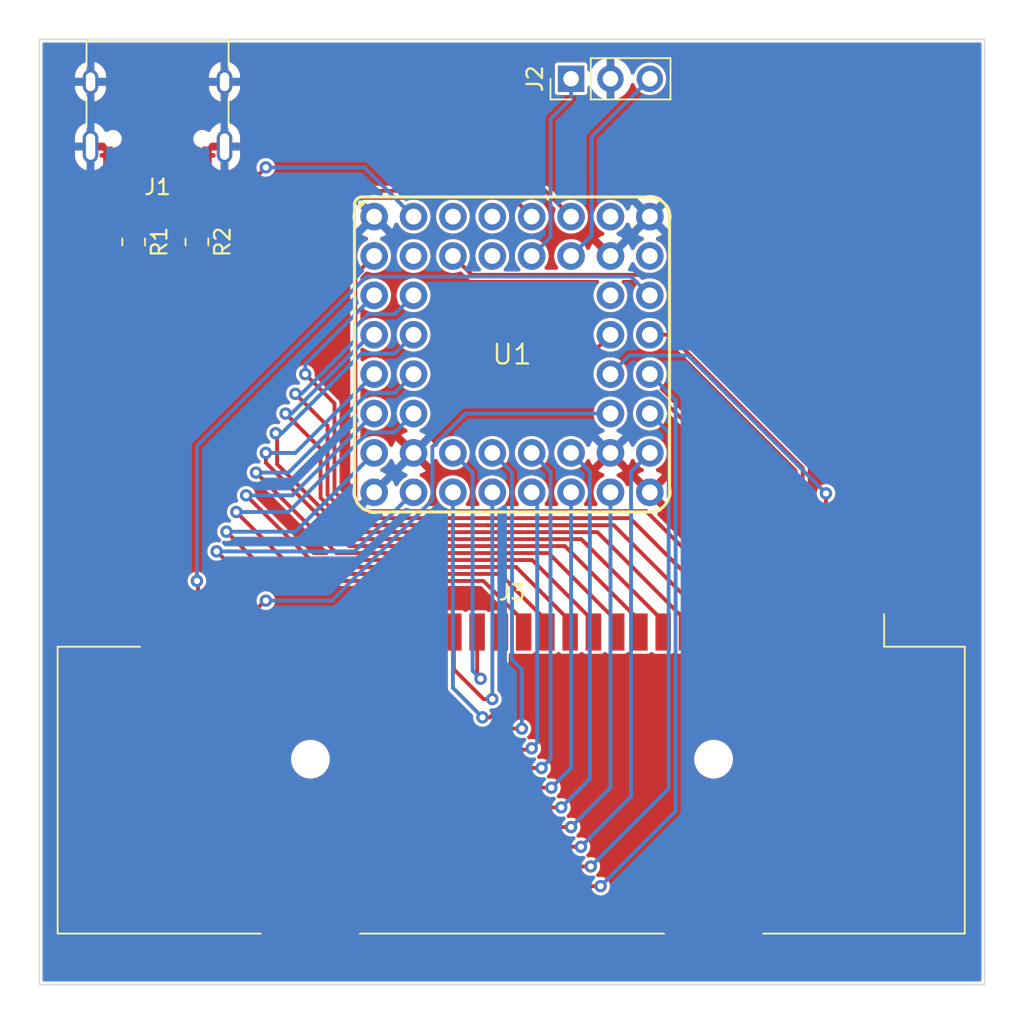
<source format=kicad_pcb>
(kicad_pcb (version 20211014) (generator pcbnew)
  (layers (0 "F.Cu" signal) (31 "B.Cu" signal) (34 "B.Paste" user) (35 "F.Paste" user) (36 "B.SilkS" user "B.Silkscreen") (37 "F.SilkS" user "F.Silkscreen") (38 "B.Mask" user) (39 "F.Mask" user) (44 "Edge.Cuts" user))
  (net 0 "")
  (net 1 "+3V3")
  (net 3 "/WR")
  (net 4 "/RD")
  (net 5 "/CS1")
  (net 6 "/AD0")
  (net 7 "/AD1")
  (net 8 "/AD2")
  (net 9 "/AD3")
  (net 10 "/AD4")
  (net 11 "/AD5")
  (net 12 "/AD6")
  (net 13 "/AD7")
  (net 14 "/AD8")
  (net 15 "/AD9")
  (net 16 "/AD10")
  (net 17 "/AD11")
  (net 18 "/AD12")
  (net 19 "/AD13")
  (net 20 "/AD14")
  (net 21 "/AD15")
  (net 22 "/A16")
  (net 23 "/A17")
  (net 24 "/A18")
  (net 25 "/A19")
  (net 26 "/A20")
  (net 27 "/A21")
  (net 28 "/A22")
  (net 29 "/A23")
  (net 30 "/CS2")
  (net 32 "GND")
  (net 36 "Net-(J2-Pad3)")
  (net 37 "Net-(J2-Pad1)")
  (net 41 "Net-(J1-PadA7)")
  (net 42 "Net-(J1-PadA6)")
  (net 45 "VBUS")
  (net 46 "Net-(J1-PadA5)")
  (net 48 "Net-(J1-PadB5)")
  (footprint "Resistor_SMD:R_0805_2012Metric_Pad1.20x1.40mm_HandSolder" (layer "F.Cu") (at 114.3 94.345 -90)
    (fp_text reference "R2" (at 0 -1.65 90) (layer "F.SilkS"))
    (fp_text value "5.1k")
    (fp_line (start -0.227064 0.735) (end 0.227064 0.735) (layer "F.SilkS") (width 0.12))
    (fp_line (start -0.227064 -0.735) (end 0.227064 -0.735) (layer "F.SilkS") (width 0.12))
    (pad "1" smd roundrect (at -1 0 270) (size 1.2 1.4) (layers "F.Cu" "F.Paste" "F.Mask") (roundrect_rratio 0.2083333333) (net 46 "Net-(J1-PadA5)"))
    (pad "2" smd roundrect (at 1 0 270) (size 1.2 1.4) (layers "F.Cu" "F.Paste" "F.Mask") (roundrect_rratio 0.2083333333) (net 32 "GND"))
  )
  (footprint "Gekkio_Connector_PCBEdge:GameBoy_Cartridge_AGS_1x32-1MP_P1.50mm_Socket_Horizontal" (layer "F.Cu") (at 134.62 129.75 180)
    (fp_text reference "J3" (at 0 12.8) (layer "F.SilkS"))
    (fp_text value "GameBoyAdvance_Cartridge_MountingPin")
    (fp_line (start 29.3 -9.2) (end 16.2 -9.2) (layer "F.SilkS") (width 0.12))
    (fp_line (start -16.2 -9.2) (end -29.2 -9.2) (layer "F.SilkS") (width 0.12))
    (fp_line (start 29.3 9.3) (end 24 9.3) (layer "F.SilkS") (width 0.12))
    (fp_line (start -29.2 9.3) (end -29.2 -9.2) (layer "F.SilkS") (width 0.12))
    (fp_line (start -24 9.3) (end -24 11.4) (layer "F.SilkS") (width 0.12))
    (fp_line (start -29.2 9.3) (end -24 9.3) (layer "F.SilkS") (width 0.12))
    (fp_line (start 9.8 -9.2) (end -9.8 -9.2) (layer "F.SilkS") (width 0.12))
    (fp_line (start 29.3 9.3) (end 29.3 -9.2) (layer "F.SilkS") (width 0.12))
    (pad "" np_thru_hole circle (at -13 2.05 180) (size 2 2) (drill 2) (layers *.Cu *.Mask))
    (pad "" np_thru_hole circle (at 13 2.05 180) (size 2 2) (drill 2) (layers *.Cu *.Mask))
    (pad "1" smd rect (at -23.25 10.25 180) (size 1 2.4) (layers "F.Cu" "F.Paste" "F.Mask") (net 1 "+3V3"))
    (pad "2" smd rect (at -21.75 10.25 180) (size 1 2.4) (layers "F.Cu" "F.Paste" "F.Mask"))
    (pad "3" smd rect (at -20.25 10.25 180) (size 1 2.4) (layers "F.Cu" "F.Paste" "F.Mask") (net 3 "/WR"))
    (pad "4" smd rect (at -18.75 10.25 180) (size 1 2.4) (layers "F.Cu" "F.Paste" "F.Mask") (net 4 "/RD"))
    (pad "5" smd rect (at -17.25 10.25 180) (size 1 2.4) (layers "F.Cu" "F.Paste" "F.Mask") (net 5 "/CS1"))
    (pad "6" smd rect (at -15.75 10.25 180) (size 1 2.4) (layers "F.Cu" "F.Paste" "F.Mask") (net 6 "/AD0"))
    (pad "7" smd rect (at -14.25 10.25 180) (size 1 2.4) (layers "F.Cu" "F.Paste" "F.Mask") (net 7 "/AD1"))
    (pad "8" smd rect (at -12.75 10.25 180) (size 1 2.4) (layers "F.Cu" "F.Paste" "F.Mask") (net 8 "/AD2"))
    (pad "9" smd rect (at -11.25 10.25 180) (size 1 2.4) (layers "F.Cu" "F.Paste" "F.Mask") (net 9 "/AD3"))
    (pad "10" smd rect (at -9.75 10.25 180) (size 1 2.4) (layers "F.Cu" "F.Paste" "F.Mask") (net 10 "/AD4"))
    (pad "11" smd rect (at -8.25 10.25 180) (size 1 2.4) (layers "F.Cu" "F.Paste" "F.Mask") (net 11 "/AD5"))
    (pad "12" smd rect (at -6.75 10.25 180) (size 1 2.4) (layers "F.Cu" "F.Paste" "F.Mask") (net 12 "/AD6"))
    (pad "13" smd rect (at -5.25 10.25 180) (size 1 2.4) (layers "F.Cu" "F.Paste" "F.Mask") (net 13 "/AD7"))
    (pad "14" smd rect (at -3.75 10.25 180) (size 1 2.4) (layers "F.Cu" "F.Paste" "F.Mask") (net 14 "/AD8"))
    (pad "15" smd rect (at -2.25 10.25 180) (size 1 2.4) (layers "F.Cu" "F.Paste" "F.Mask") (net 15 "/AD9"))
    (pad "16" smd rect (at -0.75 10.25 180) (size 1 2.4) (layers "F.Cu" "F.Paste" "F.Mask") (net 16 "/AD10"))
    (pad "17" smd rect (at 0.75 10.25 180) (size 1 2.4) (layers "F.Cu" "F.Paste" "F.Mask") (net 17 "/AD11"))
    (pad "18" smd rect (at 2.25 10.25 180) (size 1 2.4) (layers "F.Cu" "F.Paste" "F.Mask") (net 18 "/AD12"))
    (pad "19" smd rect (at 3.75 10.25 180) (size 1 2.4) (layers "F.Cu" "F.Paste" "F.Mask") (net 19 "/AD13"))
    (pad "20" smd rect (at 5.25 10.25 180) (size 1 2.4) (layers "F.Cu" "F.Paste" "F.Mask") (net 20 "/AD14"))
    (pad "21" smd rect (at 6.75 10.25 180) (size 1 2.4) (layers "F.Cu" "F.Paste" "F.Mask") (net 21 "/AD15"))
    (pad "22" smd rect (at 8.25 10.25 180) (size 1 2.4) (layers "F.Cu" "F.Paste" "F.Mask") (net 22 "/A16"))
    (pad "23" smd rect (at 9.75 10.25 180) (size 1 2.4) (layers "F.Cu" "F.Paste" "F.Mask") (net 23 "/A17"))
    (pad "24" smd rect (at 11.25 10.25 180) (size 1 2.4) (layers "F.Cu" "F.Paste" "F.Mask") (net 24 "/A18"))
    (pad "25" smd rect (at 12.75 10.25 180) (size 1 2.4) (layers "F.Cu" "F.Paste" "F.Mask") (net 25 "/A19"))
    (pad "26" smd rect (at 14.25 10.25 180) (size 1 2.4) (layers "F.Cu" "F.Paste" "F.Mask") (net 26 "/A20"))
    (pad "27" smd rect (at 15.75 10.25 180) (size 1 2.4) (layers "F.Cu" "F.Paste" "F.Mask") (net 27 "/A21"))
    (pad "28" smd rect (at 17.25 10.25 180) (size 1 2.4) (layers "F.Cu" "F.Paste" "F.Mask") (net 28 "/A22"))
    (pad "29" smd rect (at 18.75 10.25 180) (size 1 2.4) (layers "F.Cu" "F.Paste" "F.Mask") (net 29 "/A23"))
    (pad "30" smd rect (at 20.25 10.25 180) (size 1 2.4) (layers "F.Cu" "F.Paste" "F.Mask") (net 30 "/CS2"))
    (pad "31" smd rect (at 21.75 10.25 180) (size 1 2.4) (layers "F.Cu" "F.Paste" "F.Mask"))
    (pad "32" smd rect (at 23.25 10.25 180) (size 1 2.4) (layers "F.Cu" "F.Paste" "F.Mask") (net 32 "GND"))
    (pad "MP" smd rect (at -13 -9.95 180) (size 6 3) (layers "F.Cu" "F.Paste" "F.Mask"))
    (pad "MP" smd rect (at 13 -9.95 180) (size 6 3) (layers "F.Cu" "F.Paste" "F.Mask"))
  )
  (footprint "Resistor_SMD:R_0805_2012Metric_Pad1.20x1.40mm_HandSolder" (layer "F.Cu") (at 110.22 94.345 -90)
    (fp_text reference "R1" (at 0 -1.65 90) (layer "F.SilkS"))
    (fp_text value "5.1k")
    (fp_line (start -0.227064 0.735) (end 0.227064 0.735) (layer "F.SilkS") (width 0.12))
    (fp_line (start -0.227064 -0.735) (end 0.227064 -0.735) (layer "F.SilkS") (width 0.12))
    (pad "1" smd roundrect (at -1 0 270) (size 1.2 1.4) (layers "F.Cu" "F.Paste" "F.Mask") (roundrect_rratio 0.2083333333) (net 48 "Net-(J1-PadB5)"))
    (pad "2" smd roundrect (at 1 0 270) (size 1.2 1.4) (layers "F.Cu" "F.Paste" "F.Mask") (roundrect_rratio 0.2083333333) (net 32 "GND"))
  )
  (footprint "Connector_PinHeader_2.54mm:PinHeader_1x03_P2.54mm_Vertical" (layer "F.Cu") (at 138.43 83.82 90)
    (fp_text reference "J2" (at 0 -2.33 90) (layer "F.SilkS"))
    (fp_text value "Conn_01x03")
    (fp_line (start -1.33 6.41) (end 1.33 6.41) (layer "F.SilkS") (width 0.12))
    (fp_line (start -1.33 0) (end -1.33 -1.33) (layer "F.SilkS") (width 0.12))
    (fp_line (start -1.33 1.27) (end 1.33 1.27) (layer "F.SilkS") (width 0.12))
    (fp_line (start -1.33 1.27) (end -1.33 6.41) (layer "F.SilkS") (width 0.12))
    (fp_line (start 1.33 1.27) (end 1.33 6.41) (layer "F.SilkS") (width 0.12))
    (fp_line (start -1.33 -1.33) (end 0 -1.33) (layer "F.SilkS") (width 0.12))
    (pad "1" thru_hole rect (at 0 0 90) (size 1.7 1.7) (drill 1) (layers *.Cu *.Mask) (net 37 "Net-(J2-Pad1)"))
    (pad "2" thru_hole oval (at 0 2.54 90) (size 1.7 1.7) (drill 1) (layers *.Cu *.Mask) (net 32 "GND"))
    (pad "3" thru_hole oval (at 0 5.08 90) (size 1.7 1.7) (drill 1) (layers *.Cu *.Mask) (net 36 "Net-(J2-Pad3)"))
  )
  (footprint "Connector_USB:USB_C_Receptacle_XKB_U262-16XN-4BVC11" (layer "F.Cu") (at 111.76 85.09 180)
    (fp_text reference "J1" (at 0 -5.715) (layer "F.SilkS"))
    (fp_text value "USB_C_Receptacle_USB2.0")
    (fp_line (start 4.58 3.785) (end -4.58 3.785) (layer "F.SilkS") (width 0.12))
    (fp_line (start 4.58 2.08) (end 4.58 3.785) (layer "F.SilkS") (width 0.12))
    (fp_line (start -4.58 3.785) (end -4.58 2.08) (layer "F.SilkS") (width 0.12))
    (fp_line (start 4.58 0.07) (end 4.58 -1.85) (layer "F.SilkS") (width 0.12))
    (fp_line (start -4.58 -1.85) (end -4.58 0.07) (layer "F.SilkS") (width 0.12))
    (pad "" np_thru_hole circle (at 2.89 -2.605 180) (size 0.65 0.65) (drill 0.65) (layers *.Cu *.Mask))
    (pad "" np_thru_hole circle (at -2.89 -2.605 180) (size 0.65 0.65) (drill 0.65) (layers *.Cu *.Mask))
    (pad "A1" smd rect (at -3.35 -3.67 180) (size 0.3 1.15) (layers "F.Cu" "F.Paste" "F.Mask") (net 32 "GND"))
    (pad "A4" smd rect (at -2.55 -3.67 180) (size 0.3 1.15) (layers "F.Cu" "F.Paste" "F.Mask") (net 45 "VBUS"))
    (pad "A5" smd rect (at -1.25 -3.67 180) (size 0.3 1.15) (layers "F.Cu" "F.Paste" "F.Mask") (net 46 "Net-(J1-PadA5)"))
    (pad "A6" smd rect (at -0.25 -3.67 180) (size 0.3 1.15) (layers "F.Cu" "F.Paste" "F.Mask") (net 42 "Net-(J1-PadA6)"))
    (pad "A7" smd rect (at 0.25 -3.67 180) (size 0.3 1.15) (layers "F.Cu" "F.Paste" "F.Mask") (net 41 "Net-(J1-PadA7)"))
    (pad "A8" smd rect (at 1.25 -3.67 180) (size 0.3 1.15) (layers "F.Cu" "F.Paste" "F.Mask"))
    (pad "A9" smd rect (at 2.55 -3.67 180) (size 0.3 1.15) (layers "F.Cu" "F.Paste" "F.Mask") (net 45 "VBUS"))
    (pad "A12" smd rect (at 3.35 -3.67 180) (size 0.3 1.15) (layers "F.Cu" "F.Paste" "F.Mask") (net 32 "GND"))
    (pad "B1" smd rect (at 3.05 -3.67 180) (size 0.3 1.15) (layers "F.Cu" "F.Paste" "F.Mask") (net 32 "GND"))
    (pad "B4" smd rect (at 2.25 -3.67 180) (size 0.3 1.15) (layers "F.Cu" "F.Paste" "F.Mask") (net 45 "VBUS"))
    (pad "B5" smd rect (at 1.75 -3.67 180) (size 0.3 1.15) (layers "F.Cu" "F.Paste" "F.Mask") (net 48 "Net-(J1-PadB5)"))
    (pad "B6" smd rect (at 0.75 -3.67 180) (size 0.3 1.15) (layers "F.Cu" "F.Paste" "F.Mask") (net 42 "Net-(J1-PadA6)"))
    (pad "B7" smd rect (at -0.75 -3.67 180) (size 0.3 1.15) (layers "F.Cu" "F.Paste" "F.Mask") (net 41 "Net-(J1-PadA7)"))
    (pad "B8" smd rect (at -1.75 -3.67 180) (size 0.3 1.15) (layers "F.Cu" "F.Paste" "F.Mask"))
    (pad "B9" smd rect (at -2.25 -3.67 180) (size 0.3 1.15) (layers "F.Cu" "F.Paste" "F.Mask") (net 45 "VBUS"))
    (pad "B12" smd rect (at -3.05 -3.67 180) (size 0.3 1.15) (layers "F.Cu" "F.Paste" "F.Mask") (net 32 "GND"))
    (pad "S1" thru_hole oval (at -4.32 -3.105 180) (size 1 2.1) (drill oval 0.6 1.7) (layers *.Cu *.Mask) (net 32 "GND"))
    (pad "S1" thru_hole oval (at 4.32 1.075 180) (size 1 1.6) (drill oval 0.6 1.2) (layers *.Cu *.Mask) (net 32 "GND"))
    (pad "S1" thru_hole oval (at 4.32 -3.105 180) (size 1 2.1) (drill oval 0.6 1.7) (layers *.Cu *.Mask) (net 32 "GND"))
    (pad "S1" thru_hole oval (at -4.32 1.075 180) (size 1 1.6) (drill oval 0.6 1.2) (layers *.Cu *.Mask) (net 32 "GND"))
  )
  (footprint "pimoroni-boards:PGA2040_PTH_NO_SLOT" (layer "F.Cu") (at 134.62 101.6)
    (fp_text reference "U1" (at 0 0) (layer "F.SilkS") (effects (font (size 1.27 1.27))))
    (fp_text value "PGA2040")
    (fp_line (start 10.16 -8.89) (end 10.16 8.89) (layer "F.SilkS") (width 0.2))
    (fp_line (start 8.89 10.16) (end -8.89 10.16) (layer "F.SilkS") (width 0.2))
    (fp_line (start -10.16 8.89) (end -10.16 -9.66) (layer "F.SilkS") (width 0.2))
    (fp_line (start -9.525 -9.825) (end -9.825 -9.525) (layer "F.SilkS") (width 0.22))
    (fp_line (start -9.66 -10.16) (end 8.89 -10.16) (layer "F.SilkS") (width 0.2))
    (fp_line (start -9.825 -9.825) (end -9.825 -9.525) (layer "F.SilkS") (width 0.22))
    (fp_line (start -9.825 -9.825) (end -9.525 -9.825) (layer "F.SilkS") (width 0.22))
    (fp_arc (start -8.89 10.16) (mid -9.788026 9.788026) (end -10.16 8.89) (layer "F.SilkS") (width 0.2))
    (fp_arc (start -10.16 -9.66) (mid -10.013553 -10.013553) (end -9.66 -10.16) (layer "F.SilkS") (width 0.2))
    (fp_arc (start 8.89 -10.16) (mid 9.788026 -9.788026) (end 10.16 -8.89) (layer "F.SilkS") (width 0.2))
    (fp_arc (start 10.16 8.89) (mid 9.788026 9.788026) (end 8.89 10.16) (layer "F.SilkS") (width 0.2))
    (pad "A1" thru_hole circle (at -8.89 -8.89) (size 1.778 1.778) (drill 1.016) (layers *.Cu *.Mask) (net 32 "GND"))
    (pad "A2" thru_hole circle (at -6.35 -8.89) (size 1.778 1.778) (drill 1.016) (layers *.Cu *.Mask) (net 45 "VBUS"))
    (pad "A3" thru_hole circle (at -3.81 -8.89) (size 1.778 1.778) (drill 1.016) (layers *.Cu *.Mask))
    (pad "A4" thru_hole circle (at -1.27 -8.89) (size 1.778 1.778) (drill 1.016) (layers *.Cu *.Mask))
    (pad "A5" thru_hole circle (at 1.27 -8.89) (size 1.778 1.778) (drill 1.016) (layers *.Cu *.Mask) (net 42 "Net-(J1-PadA6)"))
    (pad "A6" thru_hole circle (at 3.81 -8.89) (size 1.778 1.778) (drill 1.016) (layers *.Cu *.Mask) (net 41 "Net-(J1-PadA7)"))
    (pad "A7" thru_hole circle (at 6.35 -8.89) (size 1.778 1.778) (drill 1.016) (layers *.Cu *.Mask))
    (pad "A8" thru_hole circle (at 8.89 -8.89) (size 1.778 1.778) (drill 1.016) (layers *.Cu *.Mask) (net 32 "GND"))
    (pad "B1" thru_hole circle (at -8.89 -6.35) (size 1.778 1.778) (drill 1.016) (layers *.Cu *.Mask) (net 6 "/AD0"))
    (pad "B2" thru_hole circle (at -6.35 -6.35) (size 1.778 1.778) (drill 1.016) (layers *.Cu *.Mask))
    (pad "B3" thru_hole circle (at -3.81 -6.35) (size 1.778 1.778) (drill 1.016) (layers *.Cu *.Mask) (net 1 "+3V3"))
    (pad "B4" thru_hole circle (at -1.27 -6.35) (size 1.778 1.778) (drill 1.016) (layers *.Cu *.Mask))
    (pad "B5" thru_hole circle (at 1.27 -6.35) (size 1.778 1.778) (drill 1.016) (layers *.Cu *.Mask) (net 37 "Net-(J2-Pad1)"))
    (pad "B6" thru_hole circle (at 3.81 -6.35) (size 1.778 1.778) (drill 1.016) (layers *.Cu *.Mask) (net 36 "Net-(J2-Pad3)"))
    (pad "B7" thru_hole circle (at 6.35 -6.35) (size 1.778 1.778) (drill 1.016) (layers *.Cu *.Mask) (net 32 "GND"))
    (pad "B8" thru_hole circle (at 8.89 -6.35) (size 1.778 1.778) (drill 1.016) (layers *.Cu *.Mask))
    (pad "C1" thru_hole circle (at -8.89 -3.81) (size 1.778 1.778) (drill 1.016) (layers *.Cu *.Mask) (net 7 "/AD1"))
    (pad "C2" thru_hole circle (at -6.35 -3.81) (size 1.778 1.778) (drill 1.016) (layers *.Cu *.Mask) (net 8 "/AD2"))
    (pad "C7" thru_hole circle (at 6.35 -3.81) (size 1.778 1.778) (drill 1.016) (layers *.Cu *.Mask))
    (pad "C8" thru_hole circle (at 8.89 -3.81) (size 1.778 1.778) (drill 1.016) (layers *.Cu *.Mask) (net 30 "/CS2"))
    (pad "D1" thru_hole circle (at -8.89 -1.27) (size 1.778 1.778) (drill 1.016) (layers *.Cu *.Mask) (net 9 "/AD3"))
    (pad "D2" thru_hole circle (at -6.35 -1.27) (size 1.778 1.778) (drill 1.016) (layers *.Cu *.Mask) (net 10 "/AD4"))
    (pad "D7" thru_hole circle (at 6.35 -1.27) (size 1.778 1.778) (drill 1.016) (layers *.Cu *.Mask) (net 5 "/CS1"))
    (pad "D8" thru_hole circle (at 8.89 -1.27) (size 1.778 1.778) (drill 1.016) (layers *.Cu *.Mask) (net 4 "/RD"))
    (pad "E1" thru_hole circle (at -8.89 1.27) (size 1.778 1.778) (drill 1.016) (layers *.Cu *.Mask) (net 11 "/AD5"))
    (pad "E2" thru_hole circle (at -6.35 1.27) (size 1.778 1.778) (drill 1.016) (layers *.Cu *.Mask) (net 12 "/AD6"))
    (pad "E7" thru_hole circle (at 6.35 1.27) (size 1.778 1.778) (drill 1.016) (layers *.Cu *.Mask) (net 3 "/WR"))
    (pad "E8" thru_hole circle (at 8.89 1.27) (size 1.778 1.778) (drill 1.016) (layers *.Cu *.Mask) (net 29 "/A23"))
    (pad "F1" thru_hole circle (at -8.89 3.81) (size 1.778 1.778) (drill 1.016) (layers *.Cu *.Mask) (net 13 "/AD7"))
    (pad "F2" thru_hole circle (at -6.35 3.81) (size 1.778 1.778) (drill 1.016) (layers *.Cu *.Mask) (net 14 "/AD8"))
    (pad "F7" thru_hole circle (at 6.35 3.81) (size 1.778 1.778) (drill 1.016) (layers *.Cu *.Mask) (net 28 "/A22"))
    (pad "F8" thru_hole circle (at 8.89 3.81) (size 1.778 1.778) (drill 1.016) (layers *.Cu *.Mask) (net 27 "/A21"))
    (pad "G1" thru_hole circle (at -8.89 6.35) (size 1.778 1.778) (drill 1.016) (layers *.Cu *.Mask) (net 15 "/AD9"))
    (pad "G2" thru_hole circle (at -6.35 6.35) (size 1.778 1.778) (drill 1.016) (layers *.Cu *.Mask) (net 32 "GND"))
    (pad "G3" thru_hole circle (at -3.81 6.35) (size 1.778 1.778) (drill 1.016) (layers *.Cu *.Mask) (net 18 "/AD12"))
    (pad "G4" thru_hole circle (at -1.27 6.35) (size 1.778 1.778) (drill 1.016) (layers *.Cu *.Mask) (net 20 "/AD14"))
    (pad "G5" thru_hole circle (at 1.27 6.35) (size 1.778 1.778) (drill 1.016) (layers *.Cu *.Mask) (net 22 "/A16"))
    (pad "G6" thru_hole circle (at 3.81 6.35) (size 1.778 1.778) (drill 1.016) (layers *.Cu *.Mask) (net 24 "/A18"))
    (pad "G7" thru_hole circle (at 6.35 6.35) (size 1.778 1.778) (drill 1.016) (layers *.Cu *.Mask) (net 32 "GND"))
    (pad "G8" thru_hole circle (at 8.89 6.35) (size 1.778 1.778) (drill 1.016) (layers *.Cu *.Mask) (net 26 "/A20"))
    (pad "H1" thru_hole circle (at -8.89 8.89) (size 1.778 1.778) (drill 1.016) (layers *.Cu *.Mask) (net 32 "GND"))
    (pad "H2" thru_hole circle (at -6.35 8.89) (size 1.778 1.778) (drill 1.016) (layers *.Cu *.Mask) (net 16 "/AD10"))
    (pad "H3" thru_hole circle (at -3.81 8.89) (size 1.778 1.778) (drill 1.016) (layers *.Cu *.Mask) (net 17 "/AD11"))
    (pad "H4" thru_hole circle (at -1.27 8.89) (size 1.778 1.778) (drill 1.016) (layers *.Cu *.Mask) (net 19 "/AD13"))
    (pad "H5" thru_hole circle (at 1.27 8.89) (size 1.778 1.778) (drill 1.016) (layers *.Cu *.Mask) (net 21 "/AD15"))
    (pad "H6" thru_hole circle (at 3.81 8.89) (size 1.778 1.778) (drill 1.016) (layers *.Cu *.Mask) (net 23 "/A17"))
    (pad "H7" thru_hole circle (at 6.35 8.89) (size 1.778 1.778) (drill 1.016) (layers *.Cu *.Mask) (net 25 "/A19"))
    (pad "H8" thru_hole circle (at 8.89 8.89) (size 1.778 1.778) (drill 1.016) (layers *.Cu *.Mask) (net 32 "GND"))
  )
  (gr_line (start 104.14 81.28) (end 165.1 81.28) (layer "Edge.Cuts") (width 0.1))
  (gr_line (start 104.14 142.24) (end 104.14 81.28) (layer "Edge.Cuts") (width 0.1))
  (gr_line (start 165.1 142.24) (end 104.14 142.24) (layer "Edge.Cuts") (width 0.1))
  (gr_line (start 165.1 81.28) (end 165.1 142.24) (layer "Edge.Cuts") (width 0.1))
  (segment (start 130.81 95.25) (end 132.023511 96.463511) (width 0.25) (layer "F.Cu") (net 1))
  (segment (start 132.023511 96.463511) (end 146.439676 96.463511) (width 0.25) (layer "F.Cu") (net 1))
  (segment (start 157.87 107.893835) (end 157.87 119.5) (width 0.25) (layer "F.Cu") (net 1))
  (segment (start 146.439676 96.463511) (end 157.87 107.893835) (width 0.25) (layer "F.Cu") (net 1))
  (segment (start 154.87 119.5) (end 154.87 110.56) (width 0.25) (layer "F.Cu") (net 3))
  (via (at 154.87 110.56) (size 0.8) (drill 0.4) (layers "F.Cu" "B.Cu") (net 3))
  (segment (start 145.966489 101.656489) (end 154.87 110.56) (width 0.25) (layer "B.Cu") (net 3))
  (segment (start 140.97 102.87) (end 142.183511 101.656489) (width 0.25) (layer "B.Cu") (net 3))
  (segment (start 142.183511 101.656489) (end 145.966489 101.656489) (width 0.25) (layer "B.Cu") (net 3))
  (segment (start 144.78 100.33) (end 143.51 100.33) (width 0.25) (layer "F.Cu") (net 4))
  (segment (start 153.37 119.5) (end 153.37 108.92) (width 0.25) (layer "F.Cu") (net 4))
  (segment (start 153.37 108.92) (end 144.78 100.33) (width 0.25) (layer "F.Cu") (net 4))
  (segment (start 143.899676 104.083511) (end 140.467346 104.083511) (width 0.25) (layer "F.Cu") (net 5))
  (segment (start 139.756489 101.543511) (end 140.97 100.33) (width 0.25) (layer "F.Cu") (net 5))
  (segment (start 151.87 119.5) (end 151.87 112.053835) (width 0.25) (layer "F.Cu") (net 5))
  (segment (start 139.756489 103.372654) (end 139.756489 101.543511) (width 0.25) (layer "F.Cu") (net 5))
  (segment (start 151.87 112.053835) (end 143.899676 104.083511) (width 0.25) (layer "F.Cu") (net 5))
  (segment (start 140.467346 104.083511) (end 139.756489 103.372654) (width 0.25) (layer "F.Cu") (net 5))
  (segment (start 143.273511 111.703511) (end 125.227346 111.703511) (width 0.25) (layer "F.Cu") (net 6))
  (segment (start 125.227346 111.703511) (end 124.516489 110.992654) (width 0.25) (layer "F.Cu") (net 6))
  (segment (start 150.37 118.8) (end 143.273511 111.703511) (width 0.25) (layer "F.Cu") (net 6))
  (segment (start 124.516489 96.463511) (end 125.73 95.25) (width 0.25) (layer "F.Cu") (net 6))
  (segment (start 150.37 119.5) (end 150.37 118.8) (width 0.25) (layer "F.Cu") (net 6))
  (segment (start 124.516489 110.992654) (end 124.516489 96.463511) (width 0.25) (layer "F.Cu") (net 6))
  (segment (start 142.223021 112.153021) (end 124.855837 112.153021) (width 0.25) (layer "F.Cu") (net 7))
  (segment (start 123.172545 104.757545) (end 121.285 102.87) (width 0.25) (layer "F.Cu") (net 7))
  (segment (start 124.855837 112.153021) (end 123.172545 110.469729) (width 0.25) (layer "F.Cu") (net 7))
  (segment (start 148.87 119.5) (end 148.87 118.8) (width 0.25) (layer "F.Cu") (net 7))
  (segment (start 123.172545 110.469729) (end 123.172545 104.757545) (width 0.25) (layer "F.Cu") (net 7))
  (segment (start 148.87 118.8) (end 142.223021 112.153021) (width 0.25) (layer "F.Cu") (net 7))
  (via (at 121.285 102.87) (size 0.8) (drill 0.4) (layers "F.Cu" "B.Cu") (net 7))
  (segment (start 121.285 102.235) (end 121.285 102.87) (width 0.25) (layer "B.Cu") (net 7))
  (segment (start 125.73 97.79) (end 121.285 102.235) (width 0.25) (layer "B.Cu") (net 7))
  (segment (start 147.37 118.8) (end 141.178919 112.608919) (width 0.25) (layer "F.Cu") (net 8))
  (segment (start 126.390849 112.608919) (end 124.67603 112.608918) (width 0.25) (layer "F.Cu") (net 8))
  (segment (start 147.37 119.5) (end 147.37 118.8) (width 0.25) (layer "F.Cu") (net 8))
  (segment (start 130.142764 112.602532) (end 126.397236 112.602532) (width 0.25) (layer "F.Cu") (net 8))
  (segment (start 122.723031 110.655919) (end 122.723031 106.213031) (width 0.25) (layer "F.Cu") (net 8))
  (segment (start 141.178919 112.608919) (end 130.14915 112.608918) (width 0.25) (layer "F.Cu") (net 8))
  (segment (start 124.67603 112.608918) (end 122.723031 110.655919) (width 0.25) (layer "F.Cu") (net 8))
  (segment (start 130.14915 112.608918) (end 130.142764 112.602532) (width 0.25) (layer "F.Cu") (net 8))
  (segment (start 122.723031 106.213031) (end 120.65 104.14) (width 0.25) (layer "F.Cu") (net 8))
  (segment (start 126.397236 112.602532) (end 126.390849 112.608919) (width 0.25) (layer "F.Cu") (net 8))
  (via (at 120.65 104.14) (size 0.8) (drill 0.4) (layers "F.Cu" "B.Cu") (net 8))
  (segment (start 124.516489 99.827346) (end 125.340324 99.003511) (width 0.25) (layer "B.Cu") (net 8))
  (segment (start 127.056489 99.003511) (end 128.27 97.79) (width 0.25) (layer "B.Cu") (net 8))
  (segment (start 124.516489 100.663111) (end 124.516489 99.827346) (width 0.25) (layer "B.Cu") (net 8))
  (segment (start 120.65 104.14) (end 121.0396 104.14) (width 0.25) (layer "B.Cu") (net 8))
  (segment (start 125.340324 99.003511) (end 127.056489 99.003511) (width 0.25) (layer "B.Cu") (net 8))
  (segment (start 121.0396 104.14) (end 124.516489 100.663111) (width 0.25) (layer "B.Cu") (net 8))
  (segment (start 145.87 119.5) (end 145.87 118.8) (width 0.25) (layer "F.Cu") (net 9))
  (segment (start 129.962956 113.058428) (end 129.956572 113.052044) (width 0.25) (layer "F.Cu") (net 9))
  (segment (start 140.12843 113.05843) (end 129.962956 113.058428) (width 0.25) (layer "F.Cu") (net 9))
  (segment (start 122.27352 110.842112) (end 122.27352 107.668518) (width 0.25) (layer "F.Cu") (net 9))
  (segment (start 145.87 118.8) (end 140.12843 113.05843) (width 0.25) (layer "F.Cu") (net 9))
  (segment (start 124.489836 113.058428) (end 122.27352 110.842112) (width 0.25) (layer "F.Cu") (net 9))
  (segment (start 129.956572 113.052044) (end 126.583428 113.052044) (width 0.25) (layer "F.Cu") (net 9))
  (segment (start 126.583428 113.052044) (end 126.577042 113.05843) (width 0.25) (layer "F.Cu") (net 9))
  (segment (start 126.577042 113.05843) (end 124.489836 113.058428) (width 0.25) (layer "F.Cu") (net 9))
  (segment (start 122.27352 107.668518) (end 120.015 105.409998) (width 0.25) (layer "F.Cu") (net 9))
  (via (at 120.015 105.409998) (size 0.8) (drill 0.4) (layers "F.Cu" "B.Cu") (net 9))
  (segment (start 125.73 100.33) (end 125.485304 100.33) (width 0.25) (layer "B.Cu") (net 9))
  (segment (start 125.485304 100.33) (end 120.405306 105.409998) (width 0.25) (layer "B.Cu") (net 9))
  (segment (start 120.405306 105.409998) (end 120.015 105.409998) (width 0.25) (layer "B.Cu") (net 9))
  (segment (start 126.769619 113.501557) (end 126.763238 113.507938) (width 0.25) (layer "F.Cu") (net 10))
  (segment (start 144.37 118.8) (end 139.077941 113.507941) (width 0.25) (layer "F.Cu") (net 10))
  (segment (start 129.776762 113.507938) (end 129.770381 113.501557) (width 0.25) (layer "F.Cu") (net 10))
  (segment (start 124.303642 113.507938) (end 119.469501 108.673797) (width 0.25) (layer "F.Cu") (net 10))
  (segment (start 126.763238 113.507938) (end 124.303642 113.507938) (width 0.25) (layer "F.Cu") (net 10))
  (segment (start 129.770381 113.501557) (end 126.769619 113.501557) (width 0.25) (layer "F.Cu") (net 10))
  (segment (start 139.077941 113.507941) (end 129.776762 113.507938) (width 0.25) (layer "F.Cu") (net 10))
  (segment (start 144.37 119.5) (end 144.37 118.8) (width 0.25) (layer "F.Cu") (net 10))
  (segment (start 119.469501 106.769501) (end 119.38 106.68) (width 0.25) (layer "F.Cu") (net 10))
  (segment (start 119.469501 108.673797) (end 119.469501 106.769501) (width 0.25) (layer "F.Cu") (net 10))
  (via (at 119.38 106.68) (size 0.8) (drill 0.4) (layers "F.Cu" "B.Cu") (net 10))
  (segment (start 119.771008 106.68) (end 124.907497 101.543511) (width 0.25) (layer "B.Cu") (net 10))
  (segment (start 119.38 106.68) (end 119.771008 106.68) (width 0.25) (layer "B.Cu") (net 10))
  (segment (start 127.056489 101.543511) (end 128.27 100.33) (width 0.25) (layer "B.Cu") (net 10))
  (segment (start 124.907497 101.543511) (end 127.056489 101.543511) (width 0.25) (layer "B.Cu") (net 10))
  (segment (start 142.87 118.8) (end 138.027452 113.957452) (width 0.25) (layer "F.Cu") (net 11))
  (segment (start 124.117448 113.957448) (end 120.65 110.49) (width 0.25) (layer "F.Cu") (net 11))
  (segment (start 129.590568 113.957448) (end 129.584191 113.951071) (width 0.25) (layer "F.Cu") (net 11))
  (segment (start 120.65 110.49) (end 119.829511 109.669511) (width 0.25) (layer "F.Cu") (net 11))
  (segment (start 119.38 109.22) (end 118.745 108.585) (width 0.25) (layer "F.Cu") (net 11))
  (segment (start 120.65 110.49) (end 119.38 109.22) (width 0.25) (layer "F.Cu") (net 11))
  (segment (start 129.584191 113.951071) (end 126.955809 113.951071) (width 0.25) (layer "F.Cu") (net 11))
  (segment (start 126.955809 113.951071) (end 126.949427 113.957452) (width 0.25) (layer "F.Cu") (net 11))
  (segment (start 138.027452 113.957452) (end 129.590568 113.957448) (width 0.25) (layer "F.Cu") (net 11))
  (segment (start 118.745 108.585) (end 118.745 107.95) (width 0.25) (layer "F.Cu") (net 11))
  (segment (start 126.949427 113.957452) (end 124.117448 113.957448) (width 0.25) (layer "F.Cu") (net 11))
  (segment (start 142.87 119.5) (end 142.87 118.8) (width 0.25) (layer "F.Cu") (net 11))
  (segment (start 119.829511 109.669511) (end 119.38 109.22) (width 0.25) (layer "F.Cu") (net 11))
  (via (at 118.745 107.95) (size 0.8) (drill 0.4) (layers "F.Cu" "B.Cu") (net 11))
  (segment (start 125.73 102.87) (end 120.65 107.95) (width 0.25) (layer "B.Cu") (net 11))
  (segment (start 120.65 107.95) (end 118.745 107.95) (width 0.25) (layer "B.Cu") (net 11))
  (segment (start 129.404375 114.406959) (end 136.976962 114.406962) (width 0.25) (layer "F.Cu") (net 12))
  (segment (start 127.3498 114.400578) (end 129.397994 114.400578) (width 0.25) (layer "F.Cu") (net 12))
  (segment (start 136.976962 114.406962) (end 141.37 118.8) (width 0.25) (layer "F.Cu") (net 12))
  (segment (start 141.37 118.8) (end 141.37 119.5) (width 0.25) (layer "F.Cu") (net 12))
  (segment (start 123.296958 114.406958) (end 127.135604 114.406958) (width 0.25) (layer "F.Cu") (net 12))
  (segment (start 127.349792 114.400586) (end 127.3498 114.400578) (width 0.25) (layer "F.Cu") (net 12))
  (segment (start 129.397994 114.400578) (end 129.404375 114.406959) (width 0.25) (layer "F.Cu") (net 12))
  (segment (start 127.135604 114.406958) (end 127.141976 114.400586) (width 0.25) (layer "F.Cu") (net 12))
  (segment (start 127.141976 114.400586) (end 127.349792 114.400586) (width 0.25) (layer "F.Cu") (net 12))
  (segment (start 118.11 109.22) (end 123.296958 114.406958) (width 0.25) (layer "F.Cu") (net 12))
  (via (at 118.11 109.22) (size 0.8) (drill 0.4) (layers "F.Cu" "B.Cu") (net 12))
  (segment (start 128.27 102.87) (end 127.056489 104.083511) (width 0.25) (layer "B.Cu") (net 12))
  (segment (start 125.340324 104.083511) (end 120.203835 109.22) (width 0.25) (layer "B.Cu") (net 12))
  (segment (start 127.056489 104.083511) (end 125.340324 104.083511) (width 0.25) (layer "B.Cu") (net 12))
  (segment (start 120.203835 109.22) (end 118.11 109.22) (width 0.25) (layer "B.Cu") (net 12))
  (segment (start 129.218181 114.856469) (end 129.2118 114.850088) (width 0.25) (layer "F.Cu") (net 13))
  (segment (start 129.2118 114.850088) (end 127.328158 114.850088) (width 0.25) (layer "F.Cu") (net 13))
  (segment (start 127.321777 114.856469) (end 121.646318 114.856469) (width 0.25) (layer "F.Cu") (net 13))
  (segment (start 127.328158 114.850088) (end 127.321777 114.856469) (width 0.25) (layer "F.Cu") (net 13))
  (segment (start 121.646318 114.856469) (end 117.475 110.685151) (width 0.25) (layer "F.Cu") (net 13))
  (segment (start 139.87 118.8) (end 135.926473 114.856473) (width 0.25) (layer "F.Cu") (net 13))
  (segment (start 139.87 119.5) (end 139.87 118.8) (width 0.25) (layer "F.Cu") (net 13))
  (segment (start 135.926473 114.856473) (end 129.218181 114.856469) (width 0.25) (layer "F.Cu") (net 13))
  (via (at 117.475 110.685151) (size 0.8) (drill 0.4) (layers "F.Cu" "B.Cu") (net 13))
  (segment (start 120.454849 110.685151) (end 117.475 110.685151) (width 0.25) (layer "B.Cu") (net 13))
  (segment (start 125.73 105.41) (end 120.454849 110.685151) (width 0.25) (layer "B.Cu") (net 13))
  (segment (start 122.924571 115.305979) (end 120.385979 115.305979) (width 0.25) (layer "F.Cu") (net 14))
  (segment (start 126.763197 115.305997) (end 126.763185 115.305985) (width 0.25) (layer "F.Cu") (net 14))
  (segment (start 127.135537 115.305999) (end 127.122208 115.305998) (width 0.25) (layer "F.Cu") (net 14))
  (segment (start 127.72213 115.299628) (end 127.722119 115.299628) (width 0.25) (layer "F.Cu") (net 14))
  (segment (start 129.025606 115.299598) (end 128.781408 115.299596) (width 0.25) (layer "F.Cu") (net 14))
  (segment (start 127.122208 115.305998) (end 126.763197 115.305997) (width 0.25) (layer "F.Cu") (net 14))
  (segment (start 127.507938 115.306012) (end 127.507918 115.306012) (width 0.25) (layer "F.Cu") (net 14))
  (segment (start 129.031987 115.305979) (end 129.025606 115.299598) (width 0.25) (layer "F.Cu") (net 14))
  (segment (start 120.385979 115.305979) (end 116.84 111.76) (width 0.25) (layer "F.Cu") (net 14))
  (segment (start 127.722178 115.299608) (end 127.722172 115.299608) (width 0.25) (layer "F.Cu") (net 14))
  (segment (start 126.762367 115.305985) (end 122.924571 115.305979) (width 0.25) (layer "F.Cu") (net 14))
  (segment (start 128.781408 115.299596) (end 128.540152 115.299597) (width 0.25) (layer "F.Cu") (net 14))
  (segment (start 138.37 119.5) (end 138.37 118.8) (width 0.25) (layer "F.Cu") (net 14))
  (segment (start 127.722119 115.299628) (end 127.72211 115.299637) (width 0.25) (layer "F.Cu") (net 14))
  (segment (start 138.37 118.8) (end 134.875983 115.305983) (width 0.25) (layer "F.Cu") (net 14))
  (segment (start 127.507985 115.305985) (end 127.507972 115.305998) (width 0.25) (layer "F.Cu") (net 14))
  (segment (start 127.310198 115.306012) (end 127.13555 115.306012) (width 0.25) (layer "F.Cu") (net 14))
  (segment (start 127.507918 115.306012) (end 127.507903 115.306027) (width 0.25) (layer "F.Cu") (net 14))
  (segment (start 127.722172 115.299608) (end 127.722168 115.299612) (width 0.25) (layer "F.Cu") (net 14))
  (segment (start 134.875983 115.305983) (end 129.031987 115.305979) (width 0.25) (layer "F.Cu") (net 14))
  (segment (start 127.13555 115.306012) (end 127.135537 115.305999) (width 0.25) (layer "F.Cu") (net 14))
  (segment (start 127.484088 115.315164) (end 127.310198 115.306012) (width 0.25) (layer "F.Cu") (net 14))
  (segment (start 127.722191 115.299595) (end 127.722178 115.299608) (width 0.25) (layer "F.Cu") (net 14))
  (segment (start 127.507903 115.306027) (end 127.49424 115.306026) (width 0.25) (layer "F.Cu") (net 14))
  (segment (start 128.540152 115.299597) (end 127.722191 115.299595) (width 0.25) (layer "F.Cu") (net 14))
  (segment (start 127.722149 115.29962) (end 127.722138 115.29962) (width 0.25) (layer "F.Cu") (net 14))
  (segment (start 127.507972 115.305998) (end 127.507952 115.305998) (width 0.25) (layer "F.Cu") (net 14))
  (segment (start 126.763185 115.305985) (end 126.762367 115.305985) (width 0.25) (layer "F.Cu") (net 14))
  (segment (start 127.508006 115.305985) (end 127.507985 115.305985) (width 0.25) (layer "F.Cu") (net 14))
  (segment (start 127.722168 115.299612) (end 127.722157 115.299612) (width 0.25) (layer "F.Cu") (net 14))
  (segment (start 127.49424 115.306026) (end 127.484088 115.315164) (width 0.25) (layer "F.Cu") (net 14))
  (segment (start 127.722138 115.29962) (end 127.72213 115.299628) (width 0.25) (layer "F.Cu") (net 14))
  (segment (start 127.72211 115.299637) (end 127.514364 115.299628) (width 0.25) (layer "F.Cu") (net 14))
  (segment (start 127.722157 115.299612) (end 127.722149 115.29962) (width 0.25) (layer "F.Cu") (net 14))
  (segment (start 127.507952 115.305998) (end 127.507938 115.306012) (width 0.25) (layer "F.Cu") (net 14))
  (segment (start 127.514364 115.299628) (end 127.508006 115.305985) (width 0.25) (layer "F.Cu") (net 14))
  (via (at 116.84 111.76) (size 0.8) (drill 0.4) (layers "F.Cu" "B.Cu") (net 14))
  (segment (start 127.056489 106.623511) (end 128.27 105.41) (width 0.25) (layer "B.Cu") (net 14))
  (segment (start 120.203835 111.76) (end 125.340324 106.623511) (width 0.25) (layer "B.Cu") (net 14))
  (segment (start 125.340324 106.623511) (end 127.056489 106.623511) (width 0.25) (layer "B.Cu") (net 14))
  (segment (start 116.84 111.76) (end 120.203835 111.76) (width 0.25) (layer "B.Cu") (net 14))
  (segment (start 136.87 119.5) (end 136.87 118.8) (width 0.25) (layer "F.Cu") (net 15))
  (segment (start 127.298183 115.755523) (end 126.949357 115.755523) (width 0.25) (layer "F.Cu") (net 15))
  (segment (start 126.949357 115.755523) (end 126.949343 115.755509) (width 0.25) (layer "F.Cu") (net 15))
  (segment (start 118.930496 115.755496) (end 116.205 113.03) (width 0.25) (layer "F.Cu") (net 15))
  (segment (start 127.6711 115.749138) (end 127.646398 115.77384) (width 0.25) (layer "F.Cu") (net 15))
  (segment (start 127.451319 115.763573) (end 127.298183 115.755523) (width 0.25) (layer "F.Cu") (net 15))
  (segment (start 128.845794 115.75549) (end 128.839412 115.749108) (width 0.25) (layer "F.Cu") (net 15))
  (segment (start 133.825493 115.755493) (end 128.845794 115.75549) (width 0.25) (layer "F.Cu") (net 15))
  (segment (start 127.908324 115.749138) (end 127.6711 115.749138) (width 0.25) (layer "F.Cu") (net 15))
  (segment (start 127.646398 115.77384) (end 127.451319 115.763573) (width 0.25) (layer "F.Cu") (net 15))
  (segment (start 127.908354 115.749108) (end 127.908324 115.749138) (width 0.25) (layer "F.Cu") (net 15))
  (segment (start 136.87 118.8) (end 133.825493 115.755493) (width 0.25) (layer "F.Cu") (net 15))
  (segment (start 126.949343 115.755509) (end 126.577003 115.755508) (width 0.25) (layer "F.Cu") (net 15))
  (segment (start 128.839412 115.749108) (end 127.908354 115.749108) (width 0.25) (layer "F.Cu") (net 15))
  (segment (start 126.577003 115.755508) (end 126.576991 115.755496) (width 0.25) (layer "F.Cu") (net 15))
  (segment (start 126.576991 115.755496) (end 118.930496 115.755496) (width 0.25) (layer "F.Cu") (net 15))
  (via (at 116.205 113.03) (size 0.8) (drill 0.4) (layers "F.Cu" "B.Cu") (net 15))
  (segment (start 120.65 113.03) (end 116.205 113.03) (width 0.25) (layer "B.Cu") (net 15))
  (segment (start 125.73 107.95) (end 120.65 113.03) (width 0.25) (layer "B.Cu") (net 15))
  (segment (start 127.880357 116.205021) (end 127.880338 116.20502) (width 0.25) (layer "F.Cu") (net 16))
  (segment (start 127.440143 116.213119) (end 127.416524 116.211875) (width 0.25) (layer "F.Cu") (net 16))
  (segment (start 127.880238 116.205062) (end 127.880223 116.205077) (width 0.25) (layer "F.Cu") (net 16))
  (segment (start 128.094555 116.198633) (end 128.094544 116.198633) (width 0.25) (layer "F.Cu") (net 16))
  (segment (start 128.094577 116.198617) (end 128.094565 116.198629) (width 0.25) (layer "F.Cu") (net 16))
  (segment (start 127.880371 116.205007) (end 127.880357 116.205021) (width 0.25) (layer "F.Cu") (net 16))
  (segment (start 128.094544 116.198633) (end 128.094536 116.198641) (width 0.25) (layer "F.Cu") (net 16))
  (segment (start 127.625512 116.222874) (end 127.442387 116.215549) (width 0.25) (layer "F.Cu") (net 16))
  (segment (start 127.841949 116.205074) (end 127.814477 116.230433) (width 0.25) (layer "F.Cu") (net 16))
  (segment (start 128.6596 116.205) (end 128.653219 116.198619) (width 0.25) (layer "F.Cu") (net 16))
  (segment (start 128.094559 116.198629) (end 128.094555 116.198633) (width 0.25) (layer "F.Cu") (net 16))
  (segment (start 117.475 116.205) (end 115.57 114.3) (width 0.25) (layer "F.Cu") (net 16))
  (segment (start 126.763163 116.205033) (end 126.763149 116.205019) (width 0.25) (layer "F.Cu") (net 16))
  (segment (start 127.880325 116.205033) (end 127.880305 116.205033) (width 0.25) (layer "F.Cu") (net 16))
  (segment (start 127.880271 116.205048) (end 127.880257 116.205062) (width 0.25) (layer "F.Cu") (net 16))
  (segment (start 135.37 118.8) (end 132.775003 116.205003) (width 0.25) (layer "F.Cu") (net 16))
  (segment (start 128.167765 116.198617) (end 128.094577 116.198617) (width 0.25) (layer "F.Cu") (net 16))
  (segment (start 127.88029 116.205048) (end 127.880271 116.205048) (width 0.25) (layer "F.Cu") (net 16))
  (segment (start 127.626482 116.222925) (end 127.625512 116.222874) (width 0.25) (layer "F.Cu") (net 16))
  (segment (start 122.552184 116.205) (end 117.475 116.205) (width 0.25) (layer "F.Cu") (net 16))
  (segment (start 127.808774 116.232493) (end 127.808737 116.232491) (width 0.25) (layer "F.Cu") (net 16))
  (segment (start 127.811208 116.230302) (end 127.808774 116.232493) (width 0.25) (layer "F.Cu") (net 16))
  (segment (start 127.880257 116.205062) (end 127.880238 116.205062) (width 0.25) (layer "F.Cu") (net 16))
  (segment (start 127.807401 116.232976) (end 127.626482 116.222925) (width 0.25) (layer "F.Cu") (net 16))
  (segment (start 126.390809 116.205018) (end 126.390797 116.205006) (width 0.25) (layer "F.Cu") (net 16))
  (segment (start 127.808709 116.232516) (end 127.807959 116.232477) (width 0.25) (layer "F.Cu") (net 16))
  (segment (start 127.814477 116.230433) (end 127.811208 116.230302) (width 0.25) (layer "F.Cu") (net 16))
  (segment (start 128.094458 116.198675) (end 127.886733 116.198666) (width 0.25) (layer "F.Cu") (net 16))
  (segment (start 128.094467 116.198666) (end 128.094458 116.198675) (width 0.25) (layer "F.Cu") (net 16))
  (segment (start 126.390797 116.205006) (end 122.552184 116.205) (width 0.25) (layer "F.Cu") (net 16))
  (segment (start 135.37 119.5) (end 135.37 118.8) (width 0.25) (layer "F.Cu") (net 16))
  (segment (start 128.094525 116.198641) (end 128.094517 116.198649) (width 0.25) (layer "F.Cu") (net 16))
  (segment (start 127.886733 116.198666) (end 127.880392 116.205007) (width 0.25) (layer "F.Cu") (net 16))
  (segment (start 127.880338 116.20502) (end 127.880325 116.205033) (width 0.25) (layer "F.Cu") (net 16))
  (segment (start 127.442387 116.215549) (end 127.440143 116.213119) (width 0.25) (layer "F.Cu") (net 16))
  (segment (start 128.094517 116.198649) (end 128.094506 116.198649) (width 0.25) (layer "F.Cu") (net 16))
  (segment (start 128.094486 116.198658) (end 128.094478 116.198666) (width 0.25) (layer "F.Cu") (net 16))
  (segment (start 127.880305 116.205033) (end 127.88029 116.205048) (width 0.25) (layer "F.Cu") (net 16))
  (segment (start 128.094565 116.198629) (end 128.094559 116.198629) (width 0.25) (layer "F.Cu") (net 16))
  (segment (start 128.094478 116.198666) (end 128.094467 116.198666) (width 0.25) (layer "F.Cu") (net 16))
  (segment (start 127.416524 116.211875) (end 127.286368 116.205033) (width 0.25) (layer "F.Cu") (net 16))
  (segment (start 128.094536 116.198641) (end 128.094525 116.198641) (width 0.25) (layer "F.Cu") (net 16))
  (segment (start 128.094497 116.198658) (end 128.094486 116.198658) (width 0.25) (layer "F.Cu") (net 16))
  (segment (start 128.167767 116.198619) (end 128.167765 116.198617) (width 0.25) (layer "F.Cu") (net 16))
  (segment (start 128.653219 116.198619) (end 128.167767 116.198619) (width 0.25) (layer "F.Cu") (net 16))
  (segment (start 127.286368 116.205033) (end 126.763163 116.205033) (width 0.25) (layer "F.Cu") (net 16))
  (segment (start 127.808737 116.232491) (end 127.808709 116.232516) (width 0.25) (layer "F.Cu") (net 16))
  (segment (start 127.880392 116.205007) (end 127.880371 116.205007) (width 0.25) (layer "F.Cu") (net 16))
  (segment (start 127.880223 116.205077) (end 127.841949 116.205074) (width 0.25) (layer "F.Cu") (net 16))
  (segment (start 127.807959 116.232477) (end 127.807401 116.232976) (width 0.25) (layer "F.Cu") (net 16))
  (segment (start 132.775003 116.205003) (end 128.6596 116.205) (width 0.25) (layer "F.Cu") (net 16))
  (segment (start 126.763149 116.205019) (end 126.390809 116.205018) (width 0.25) (layer "F.Cu") (net 16))
  (segment (start 128.094506 116.198649) (end 128.094497 116.198658) (width 0.25) (layer "F.Cu") (net 16))
  (via (at 115.57 114.3) (size 0.8) (drill 0.4) (layers "F.Cu" "B.Cu") (net 16))
  (segment (start 115.57 114.3) (end 124.46 114.3) (width 0.25) (layer "B.Cu") (net 16))
  (segment (start 124.46 114.3) (end 128.27 110.49) (width 0.25) (layer "B.Cu") (net 16))
  (segment (start 133.1941 125.0055) (end 132.715 125.0055) (width 0.25) (layer "F.Cu") (net 17))
  (segment (start 134.074501 124.125099) (end 133.1941 125.0055) (width 0.25) (layer "F.Cu") (net 17))
  (segment (start 133.87 119.5) (end 134.074501 119.704501) (width 0.25) (layer "F.Cu") (net 17))
  (segment (start 134.074501 119.704501) (end 134.074501 124.125099) (width 0.25) (layer "F.Cu") (net 17))
  (via (at 132.715 125.0055) (size 0.8) (drill 0.4) (layers "F.Cu" "B.Cu") (net 17))
  (segment (start 130.81 123.1005) (end 132.715 125.0055) (width 0.25) (layer "B.Cu") (net 17))
  (segment (start 130.81 110.49) (end 130.81 123.1005) (width 0.25) (layer "B.Cu") (net 17))
  (segment (start 132.37 119.5) (end 132.37 122.29021) (width 0.25) (layer "F.Cu") (net 18))
  (segment (start 132.37 122.29021) (end 132.593003 122.513213) (width 0.25) (layer "F.Cu") (net 18))
  (via (at 132.593003 122.513213) (size 0.8) (drill 0.4) (layers "F.Cu" "B.Cu") (net 18))
  (segment (start 132.08 109.22) (end 132.08 122.00021) (width 0.25) (layer "B.Cu") (net 18))
  (segment (start 130.81 107.95) (end 132.08 109.22) (width 0.25) (layer "B.Cu") (net 18))
  (segment (start 132.08 122.00021) (end 132.593003 122.513213) (width 0.25) (layer "B.Cu") (net 18))
  (segment (start 130.87 119.5) (end 130.87 121.909589) (width 0.25) (layer "F.Cu") (net 19))
  (segment (start 130.87 121.909589) (end 132.785411 123.825) (width 0.25) (layer "F.Cu") (net 19))
  (segment (start 132.785411 123.825) (end 133.35 123.825) (width 0.25) (layer "F.Cu") (net 19))
  (via (at 133.35 123.825) (size 0.8) (drill 0.4) (layers "F.Cu" "B.Cu") (net 19))
  (segment (start 133.35 110.49) (end 133.35 123.825) (width 0.25) (layer "B.Cu") (net 19))
  (segment (start 132.3254 125.73) (end 135.255 125.73) (width 0.25) (layer "F.Cu") (net 20))
  (segment (start 129.37 119.5) (end 129.37 122.7746) (width 0.25) (layer "F.Cu") (net 20))
  (segment (start 129.37 122.7746) (end 132.3254 125.73) (width 0.25) (layer "F.Cu") (net 20))
  (via (at 135.255 125.73) (size 0.8) (drill 0.4) (layers "F.Cu" "B.Cu") (net 20))
  (segment (start 135.255 125.73) (end 135.255 121.92) (width 0.25) (layer "B.Cu") (net 20))
  (segment (start 135.255 121.92) (end 134.62 121.285) (width 0.25) (layer "B.Cu") (net 20))
  (segment (start 134.62 109.22) (end 134.62 121.285) (width 0.25) (layer "B.Cu") (net 20))
  (segment (start 133.35 107.95) (end 134.62 109.22) (width 0.25) (layer "B.Cu") (net 20))
  (segment (start 127.87 121.910304) (end 133.049197 127.089501) (width 0.25) (layer "F.Cu") (net 21))
  (segment (start 127.87 119.5) (end 127.87 121.910304) (width 0.25) (layer "F.Cu") (net 21))
  (segment (start 133.049197 127.089501) (end 135.800499 127.089501) (width 0.25) (layer "F.Cu") (net 21))
  (segment (start 135.800499 127.089501) (end 135.89 127) (width 0.25) (layer "F.Cu") (net 21))
  (via (at 135.89 127) (size 0.8) (drill 0.4) (layers "F.Cu" "B.Cu") (net 21))
  (segment (start 135.89 110.49) (end 136.243521 110.843521) (width 0.25) (layer "B.Cu") (net 21))
  (segment (start 136.243521 126.646479) (end 135.89 127) (width 0.25) (layer "B.Cu") (net 21))
  (segment (start 136.243521 110.843521) (end 136.243521 126.646479) (width 0.25) (layer "B.Cu") (net 21))
  (segment (start 126.37 119.5) (end 126.37 121.046007) (width 0.25) (layer "F.Cu") (net 22))
  (segment (start 133.593993 128.27) (end 136.525 128.27) (width 0.25) (layer "F.Cu") (net 22))
  (segment (start 126.37 121.046007) (end 133.593993 128.27) (width 0.25) (layer "F.Cu") (net 22))
  (via (at 136.525 128.27) (size 0.8) (drill 0.4) (layers "F.Cu" "B.Cu") (net 22))
  (segment (start 137.103511 109.163511) (end 137.103511 127.691489) (width 0.25) (layer "B.Cu") (net 22))
  (segment (start 137.103511 127.691489) (end 136.525 128.27) (width 0.25) (layer "B.Cu") (net 22))
  (segment (start 135.89 107.95) (end 137.103511 109.163511) (width 0.25) (layer "B.Cu") (net 22))
  (segment (start 124.87 120.2) (end 134.21 129.54) (width 0.25) (layer "F.Cu") (net 23))
  (segment (start 124.87 119.5) (end 124.87 120.2) (width 0.25) (layer "F.Cu") (net 23))
  (segment (start 134.21 129.54) (end 137.16 129.54) (width 0.25) (layer "F.Cu") (net 23))
  (via (at 137.16 129.54) (size 0.8) (drill 0.4) (layers "F.Cu" "B.Cu") (net 23))
  (segment (start 138.43 128.27) (end 138.43 110.49) (width 0.25) (layer "B.Cu") (net 23))
  (segment (start 137.16 129.54) (end 138.43 128.27) (width 0.25) (layer "B.Cu") (net 23))
  (segment (start 123.37 119.5) (end 123.37 120.2) (width 0.25) (layer "F.Cu") (net 24))
  (segment (start 133.98 130.81) (end 137.795 130.81) (width 0.25) (layer "F.Cu") (net 24))
  (segment (start 123.37 120.2) (end 133.98 130.81) (width 0.25) (layer "F.Cu") (net 24))
  (via (at 137.795 130.81) (size 0.8) (drill 0.4) (layers "F.Cu" "B.Cu") (net 24))
  (segment (start 139.643511 128.961489) (end 137.795 130.81) (width 0.25) (layer "B.Cu") (net 24))
  (segment (start 138.43 107.95) (end 139.643511 109.163511) (width 0.25) (layer "B.Cu") (net 24))
  (segment (start 139.643511 109.163511) (end 139.643511 128.961489) (width 0.25) (layer "B.Cu") (net 24))
  (segment (start 121.87 119.5) (end 121.87 120.349022) (width 0.25) (layer "F.Cu") (net 25))
  (segment (start 133.600978 132.08) (end 138.43 132.08) (width 0.25) (layer "F.Cu") (net 25))
  (segment (start 121.87 120.349022) (end 133.600978 132.08) (width 0.25) (layer "F.Cu") (net 25))
  (via (at 138.43 132.08) (size 0.8) (drill 0.4) (layers "F.Cu" "B.Cu") (net 25))
  (segment (start 140.97 129.54) (end 140.97 110.49) (width 0.25) (layer "B.Cu") (net 25))
  (segment (start 138.43 132.08) (end 140.97 129.54) (width 0.25) (layer "B.Cu") (net 25))
  (segment (start 133.52 133.35) (end 120.37 120.2) (width 0.25) (layer "F.Cu") (net 26))
  (segment (start 139.065 133.35) (end 133.52 133.35) (width 0.25) (layer "F.Cu") (net 26))
  (segment (start 120.37 120.2) (end 120.37 119.5) (width 0.25) (layer "F.Cu") (net 26))
  (via (at 139.065 133.35) (size 0.8) (drill 0.4) (layers "F.Cu" "B.Cu") (net 26))
  (segment (start 142.296489 130.118511) (end 139.065 133.35) (width 0.25) (layer "B.Cu") (net 26))
  (segment (start 142.296489 109.163511) (end 142.296489 130.118511) (width 0.25) (layer "B.Cu") (net 26))
  (segment (start 143.51 107.95) (end 142.296489 109.163511) (width 0.25) (layer "B.Cu") (net 26))
  (segment (start 139.7 134.62) (end 133.140978 134.62) (width 0.25) (layer "F.Cu") (net 27))
  (segment (start 118.87 120.349022) (end 118.87 119.5) (width 0.25) (layer "F.Cu") (net 27))
  (segment (start 133.140978 134.62) (end 118.87 120.349022) (width 0.25) (layer "F.Cu") (net 27))
  (via (at 139.7 134.62) (size 0.8) (drill 0.4) (layers "F.Cu" "B.Cu") (net 27))
  (segment (start 143.51 105.41) (end 144.723511 106.623511) (width 0.25) (layer "B.Cu") (net 27))
  (segment (start 144.723511 106.623511) (end 144.723511 129.596489) (width 0.25) (layer "B.Cu") (net 27))
  (segment (start 144.723511 129.596489) (end 139.7 134.62) (width 0.25) (layer "B.Cu") (net 27))
  (segment (start 117.37 118.8) (end 117.37 119.5) (width 0.25) (layer "F.Cu") (net 28))
  (segment (start 118.745 117.475) (end 118.695 117.475) (width 0.25) (layer "F.Cu") (net 28))
  (segment (start 118.695 117.475) (end 117.37 118.8) (width 0.25) (layer "F.Cu") (net 28))
  (via (at 118.745 117.475) (size 0.8) (drill 0.4) (layers "F.Cu" "B.Cu") (net 28))
  (segment (start 129.483511 110.992654) (end 123.001165 117.475) (width 0.25) (layer "B.Cu") (net 28))
  (segment (start 140.97 105.41) (end 131.633835 105.41) (width 0.25) (layer "B.Cu") (net 28))
  (segment (start 129.483511 107.560324) (end 129.483511 110.992654) (width 0.25) (layer "B.Cu") (net 28))
  (segment (start 123.001165 117.475) (end 118.745 117.475) (width 0.25) (layer "B.Cu") (net 28))
  (segment (start 131.633835 105.41) (end 129.483511 107.560324) (width 0.25) (layer "B.Cu") (net 28))
  (segment (start 133.35 135.89) (end 118.745 121.285) (width 0.25) (layer "F.Cu") (net 29))
  (segment (start 140.335 135.89) (end 133.35 135.89) (width 0.25) (layer "F.Cu") (net 29))
  (segment (start 115.87 120.2) (end 115.87 119.5) (width 0.25) (layer "F.Cu") (net 29))
  (segment (start 118.745 121.285) (end 116.955 121.285) (width 0.25) (layer "F.Cu") (net 29))
  (segment (start 116.955 121.285) (end 115.87 120.2) (width 0.25) (layer "F.Cu") (net 29))
  (via (at 140.335 135.89) (size 0.8) (drill 0.4) (layers "F.Cu" "B.Cu") (net 29))
  (segment (start 145.173022 104.533022) (end 145.173022 131.051978) (width 0.25) (layer "B.Cu") (net 29))
  (segment (start 143.51 102.87) (end 145.173022 104.533022) (width 0.25) (layer "B.Cu") (net 29))
  (segment (start 145.173022 131.051978) (end 140.335 135.89) (width 0.25) (layer "B.Cu") (net 29))
  (segment (start 114.37 116.275) (end 114.37 119.5) (width 0.25) (layer "F.Cu") (net 30))
  (segment (start 114.3 116.205) (end 114.37 116.275) (width 0.25) (layer "F.Cu") (net 30))
  (via (at 114.3 116.205) (size 0.8) (drill 0.4) (layers "F.Cu" "B.Cu") (net 30))
  (segment (start 125.227346 96.576489) (end 114.3 107.503835) (width 0.25) (layer "B.Cu") (net 30))
  (segment (start 143.51 97.79) (end 142.296489 96.576489) (width 0.25) (layer "B.Cu") (net 30))
  (segment (start 114.3 107.503835) (end 114.3 116.205) (width 0.25) (layer "B.Cu") (net 30))
  (segment (start 142.296489 96.576489) (end 125.227346 96.576489) (width 0.25) (layer "B.Cu") (net 30))
  (segment (start 139.756489 90.113511) (end 139.756489 88.843511) (width 0.25) (layer "B.Cu") (net 36))
  (segment (start 143.51 83.82) (end 139.756489 87.573511) (width 0.25) (layer "B.Cu") (net 36))
  (segment (start 139.756489 87.573511) (end 139.756489 90.113511) (width 0.25) (layer "B.Cu") (net 36))
  (segment (start 139.756489 93.923511) (end 139.756489 90.113511) (width 0.25) (layer "B.Cu") (net 36))
  (segment (start 138.43 95.25) (end 139.756489 93.923511) (width 0.25) (layer "B.Cu") (net 36))
  (segment (start 137.103511 94.036489) (end 137.103511 86.416489) (width 0.25) (layer "B.Cu") (net 37))
  (segment (start 138.43 83.82) (end 138.43 85.09) (width 0.25) (layer "B.Cu") (net 37))
  (segment (start 135.89 95.25) (end 137.103511 94.036489) (width 0.25) (layer "B.Cu") (net 37))
  (segment (start 138.43 85.09) (end 137.103511 86.416489) (width 0.25) (layer "B.Cu") (net 37))
  (segment (start 113.26 97.155) (end 112.51 96.405) (width 0.25) (layer "F.Cu") (net 41))
  (segment (start 121.678022 91.046978) (end 115.57 97.155) (width 0.25) (layer "F.Cu") (net 41))
  (segment (start 136.766978 91.046978) (end 121.678022 91.046978) (width 0.25) (layer "F.Cu") (net 41))
  (segment (start 112.51 87.885978) (end 112.242022 87.618) (width 0.25) (layer "F.Cu") (net 41))
  (segment (start 111.777978 87.618) (end 111.51 87.885978) (width 0.25) (layer "F.Cu") (net 41))
  (segment (start 111.51 87.885978) (end 111.51 88.76) (width 0.25) (layer "F.Cu") (net 41))
  (segment (start 138.43 92.71) (end 136.766978 91.046978) (width 0.25) (layer "F.Cu") (net 41))
  (segment (start 112.51 96.405) (end 112.51 88.76) (width 0.25) (layer "F.Cu") (net 41))
  (segment (start 112.51 88.76) (end 112.51 87.885978) (width 0.25) (layer "F.Cu") (net 41))
  (segment (start 112.242022 87.618) (end 111.777978 87.618) (width 0.25) (layer "F.Cu") (net 41))
  (segment (start 115.57 97.155) (end 113.26 97.155) (width 0.25) (layer "F.Cu") (net 41))
  (segment (start 111.01 89.634022) (end 111.01 88.804022) (width 0.25) (layer "F.Cu") (net 42))
  (segment (start 112.843807 97.604511) (end 112.01 96.770704) (width 0.25) (layer "F.Cu") (net 42))
  (segment (start 115.756193 97.604511) (end 112.843807 97.604511) (width 0.25) (layer "F.Cu") (net 42))
  (segment (start 121.864215 91.496489) (end 115.756193 97.604511) (width 0.25) (layer "F.Cu") (net 42))
  (segment (start 134.676489 91.496489) (end 121.864215 91.496489) (width 0.25) (layer "F.Cu") (net 42))
  (segment (start 112.01 96.770704) (end 112.01 88.76) (width 0.25) (layer "F.Cu") (net 42))
  (segment (start 111.035489 89.659511) (end 111.01 89.634022) (width 0.25) (layer "F.Cu") (net 42))
  (segment (start 135.89 92.71) (end 134.676489 91.496489) (width 0.25) (layer "F.Cu") (net 42))
  (segment (start 111.984511 89.659511) (end 111.035489 89.659511) (width 0.25) (layer "F.Cu") (net 42))
  (segment (start 111.984511 88.829511) (end 111.984511 89.659511) (width 0.25) (layer "F.Cu") (net 42))
  (segment (start 109.51 88.044273) (end 109.51 88.76) (width 0.25) (layer "F.Cu") (net 45))
  (segment (start 114.31 89.634022) (end 115.099978 90.424) (width 0.25) (layer "F.Cu") (net 45))
  (segment (start 114.31 89.634022) (end 114.31 88.76) (width 0.25) (layer "F.Cu") (net 45))
  (segment (start 117.856 90.424) (end 118.745 89.535) (width 0.25) (layer "F.Cu") (net 45))
  (segment (start 114.01 88.76) (end 114.01 88.044273) (width 0.25) (layer "F.Cu") (net 45))
  (segment (start 115.099978 90.424) (end 117.856 90.424) (width 0.25) (layer "F.Cu") (net 45))
  (segment (start 112.892217 86.92649) (end 110.627783 86.92649) (width 0.25) (layer "F.Cu") (net 45))
  (segment (start 114.335489 88.829511) (end 114.01 88.504022) (width 0.25) (layer "F.Cu") (net 45))
  (segment (start 110.627783 86.92649) (end 109.51 88.044273) (width 0.25) (layer "F.Cu") (net 45))
  (segment (start 114.01 88.044273) (end 112.892217 86.92649) (width 0.25) (layer "F.Cu") (net 45))
  (via (at 118.745 89.535) (size 0.8) (drill 0.4) (layers "F.Cu" "B.Cu") (net 45))
  (segment (start 118.745 89.535) (end 125.095 89.535) (width 0.25) (layer "B.Cu") (net 45))
  (segment (start 125.095 89.535) (end 128.27 92.71) (width 0.25) (layer "B.Cu") (net 45))
  (segment (start 113.01 92.055) (end 113.01 88.76) (width 0.25) (layer "F.Cu") (net 46))
  (segment (start 114.3 93.345) (end 113.01 92.055) (width 0.25) (layer "F.Cu") (net 46))
  (segment (start 110.01 93.135) (end 110.01 88.76) (width 0.25) (layer "F.Cu") (net 48))
  (segment (start 110.22 93.345) (end 110.01 93.135) (width 0.25) (layer "F.Cu") (net 48))
  (zone (net 32) (net_name "GND") (layers F&B.Cu) (connect_pads (clearance 0.2)) (min_thickness 0.254) (fill yes (thermal_gap 0.508) (thermal_bridge_width 0.508))
    (polygon (pts (xy 167.64 144.78) (xy 101.6 144.78) (xy 101.6 78.74) (xy 167.64 78.74)))
  )
)
</source>
